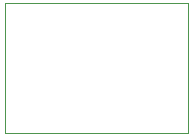
<source format=gm1>
%TF.GenerationSoftware,KiCad,Pcbnew,(5.1.6-0-10_14)*%
%TF.CreationDate,2021-01-06T09:57:28+09:00*%
%TF.ProjectId,qPCR-xtal,71504352-2d78-4746-916c-2e6b69636164,rev?*%
%TF.SameCoordinates,Original*%
%TF.FileFunction,Profile,NP*%
%FSLAX46Y46*%
G04 Gerber Fmt 4.6, Leading zero omitted, Abs format (unit mm)*
G04 Created by KiCad (PCBNEW (5.1.6-0-10_14)) date 2021-01-06 09:57:28*
%MOMM*%
%LPD*%
G01*
G04 APERTURE LIST*
%TA.AperFunction,Profile*%
%ADD10C,0.100000*%
%TD*%
G04 APERTURE END LIST*
D10*
X142500000Y-113500000D02*
X127000000Y-113500000D01*
X142500000Y-124500000D02*
X142500000Y-113500000D01*
X127000000Y-124500000D02*
X142500000Y-124500000D01*
X127000000Y-113500000D02*
X127000000Y-124500000D01*
M02*

</source>
